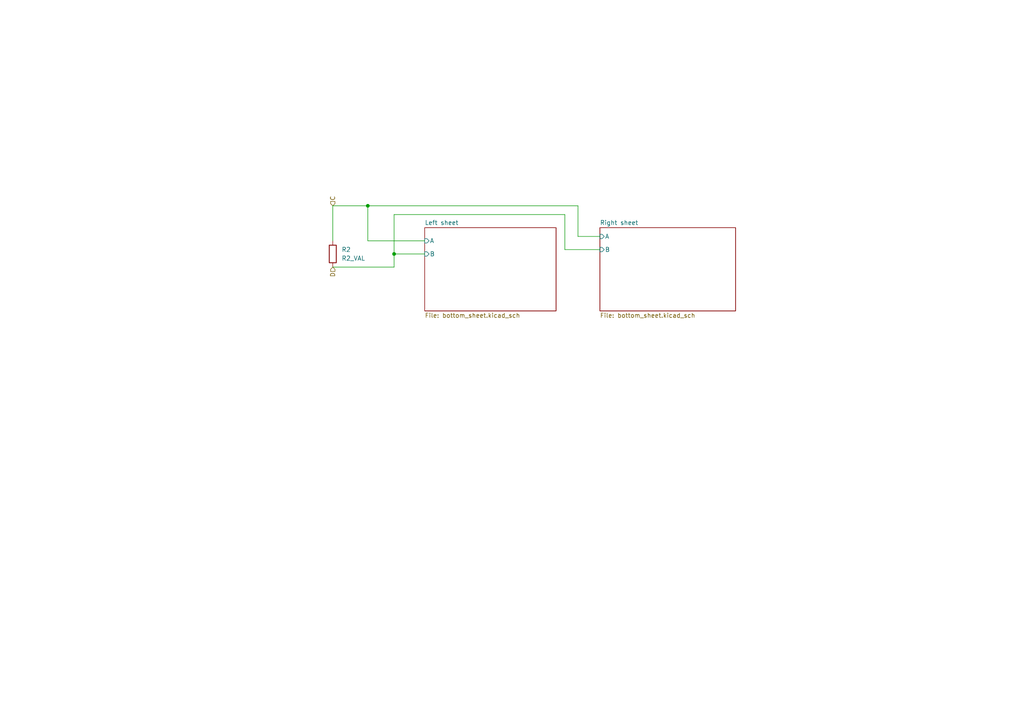
<source format=kicad_sch>
(kicad_sch (version 20230121) (generator eeschema)
  (paper "A4")
  (lib_symbols
    (symbol "Device:R" (pin_numbers hide) (pin_names (offset 0))
      (property "Reference" "R" (at 2.032 0 90))
      (property "Value" "R" (at 0 0 90))
      (symbol "R_0_1"
        (rectangle (start -1.016 -2.54) (end 1.016 2.54) (stroke (width 0.254)))
      )
      (symbol "R_1_1"
        (pin passive line (at 0 3.81 270) (length 1.27) (name "~") (number "1"))
        (pin passive line (at 0 -3.81 90) (length 1.27) (name "~") (number "2"))
      )
    )
  )
  (junction (at 106.68 59.69))
  (junction (at 114.3 73.66))
  (wire (pts (xy 123.19 69.85) (xy 106.68 69.85)))
  (wire (pts (xy 106.68 69.85) (xy 106.68 59.69)))
  (wire (pts (xy 114.3 73.66) (xy 114.3 62.23)))
  (wire (pts (xy 163.83 72.39) (xy 173.99 72.39)))
  (wire (pts (xy 114.3 62.23) (xy 163.83 62.23)))
  (wire (pts (xy 163.83 62.23) (xy 163.83 72.39)))
  (wire (pts (xy 96.52 77.47) (xy 114.3 77.47)))
  (wire (pts (xy 114.3 77.47) (xy 114.3 73.66)))
  (wire (pts (xy 114.3 73.66) (xy 123.19 73.66)))
  (wire (pts (xy 173.99 68.58) (xy 167.64 68.58)))
  (wire (pts (xy 167.64 68.58) (xy 167.64 59.69)))
  (wire (pts (xy 167.64 59.69) (xy 106.68 59.69)))
  (wire (pts (xy 96.52 59.69) (xy 96.52 69.85)))
  (wire (pts (xy 106.68 59.69) (xy 96.52 59.69)))
  (hierarchical_label "D" (shape input) (at 96.52 77.47 270))
  (hierarchical_label "C" (shape input) (at 96.52 59.69 90))
  (symbol (lib_id "Device:R") (at 96.52 73.66 0) (unit 1)
    (property "Reference" "R2" (at 99.06 72.3899 0) (effects (justify left)))
    (property "Value" "R2_VAL" (at 99.06 74.9299 0) (effects (justify left)))
    (property "Footprint" "Resistor_SMD:R_0603_1608Metric" (effects hide))
    (property "LCSC" "LCSC_R2" (effects hide))
  )
  (sheet (at 173.99 66.04) (size 39.37 24.13) (stroke (width 0.1524))
    (property "Sheetname" "Right sheet" (at 173.99 65.3284 0) (effects (justify left bottom)))
    (property "Sheetfile" "bottom_sheet.kicad_sch" (at 173.99 90.7546 0) (effects (justify left top)))
    (pin "A" input (at 173.99 68.58 180))
    (pin "B" input (at 173.99 72.39 180))
  )
  (sheet (at 123.19 66.04) (size 38.1 24.13) (stroke (width 0.1524))
    (property "Sheetname" "Left sheet" (at 123.19 65.3284 0) (effects (justify left bottom)))
    (property "Sheetfile" "bottom_sheet.kicad_sch" (at 123.19 90.7546 0) (effects (justify left top)))
    (pin "A" input (at 123.19 69.85 180))
    (pin "B" input (at 123.19 73.66 180))
  )
)
</source>
